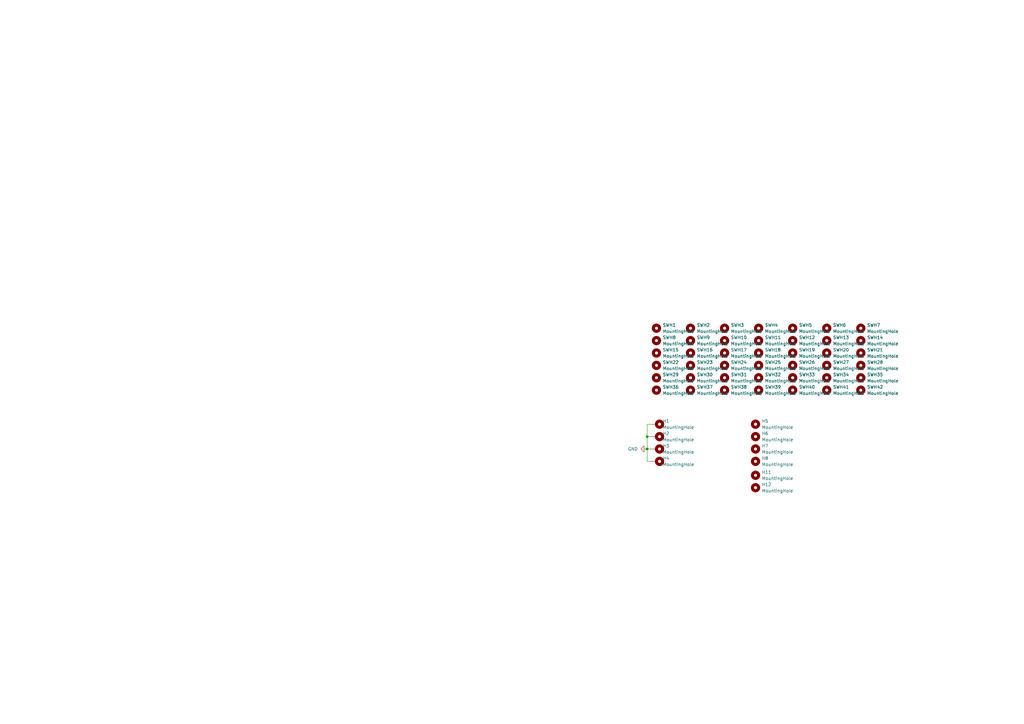
<source format=kicad_sch>
(kicad_sch (version 20230121) (generator eeschema)
  (paper "A3")
  (lib_symbols
    (symbol "Mechanical:MountingHole" (pin_names (offset 1.016))
      (property "Reference" "H" (at 0 5.08 0))
      (property "Value" "MountingHole" (at 0 3.175 0))
      (symbol "MountingHole_0_1"
        (circle (center 0 0) (radius 1.27) (stroke (width 1.27)))
      )
    )
    (symbol "Mechanical:MountingHole_Pad" (pin_numbers hide) (pin_names (offset 1.016) hide)
      (property "Reference" "H" (at 0 6.35 0))
      (property "Value" "MountingHole_Pad" (at 0 4.445 0))
      (symbol "MountingHole_Pad_0_1"
        (circle (center 0 1.27) (radius 1.27) (stroke (width 1.27)))
      )
      (symbol "MountingHole_Pad_1_1"
        (pin input line (at 0 -2.54 90) (length 2.54) (name "1") (number "1"))
      )
    )
    (symbol "power:GND" (power) (pin_names (offset 0))
      (property "Value" "GND" (at 0 -3.81 0))
      (symbol "GND_0_1"
        (polyline (pts (xy 0 0) (xy 0 -1.27) (xy 1.27 -1.27) (xy 0 -2.54) (xy -1.27 -1.27) (xy 0 -1.27)))
      )
      (symbol "GND_1_1"
        (pin power_in line (at 0 0 270) (length 0) hide (name "GND") (number "1"))
      )
    )
  )
  (junction (at 265.43 184.15))
  (junction (at 265.43 179.07))
  (wire (pts (xy 265.43 179.07) (xy 266.7 179.07)))
  (wire (pts (xy 265.43 184.15) (xy 266.7 184.15)))
  (wire (pts (xy 265.43 184.15) (xy 265.43 189.23)))
  (wire (pts (xy 265.43 189.23) (xy 266.7 189.23)))
  (wire (pts (xy 266.7 173.99) (xy 265.43 173.99)))
  (wire (pts (xy 265.43 173.99) (xy 265.43 179.07)))
  (wire (pts (xy 265.43 179.07) (xy 265.43 184.15)))
  (symbol (lib_id "Mechanical:MountingHole") (at 297.18 160.02 0) (unit 1)
    (property "Reference" "SWH38" (at 299.72 158.7499 0) (effects (justify left)))
    (property "Value" "MountingHole" (at 299.72 161.2899 0) (effects (justify left)))
    (property "Footprint" "chulaine:SW_RAESHA_Low_Profile_Optical_Plate" (effects hide))
  )
  (symbol (lib_id "Mechanical:MountingHole") (at 283.21 144.78 0) (unit 1)
    (property "Reference" "SWH16" (at 285.75 143.5099 0) (effects (justify left)))
    (property "Value" "MountingHole" (at 285.75 146.0499 0) (effects (justify left)))
    (property "Footprint" "chulaine:SW_RAESHA_Low_Profile_Optical_Plate" (effects hide))
  )
  (symbol (lib_id "Mechanical:MountingHole") (at 339.09 134.62 0) (unit 1)
    (property "Reference" "SWH6" (at 341.63 133.3499 0) (effects (justify left)))
    (property "Value" "MountingHole" (at 341.63 135.8899 0) (effects (justify left)))
    (property "Footprint" "chulaine:SW_RAESHA_Low_Profile_Optical_Plate" (effects hide))
  )
  (symbol (lib_id "Mechanical:MountingHole") (at 283.21 154.94 0) (unit 1)
    (property "Reference" "SWH30" (at 285.75 153.6699 0) (effects (justify left)))
    (property "Value" "MountingHole" (at 285.75 156.2099 0) (effects (justify left)))
    (property "Footprint" "chulaine:SW_RAESHA_Low_Profile_Optical_Plate" (effects hide))
  )
  (symbol (lib_id "Mechanical:MountingHole") (at 309.88 179.07 270) (unit 1)
    (property "Reference" "H6" (at 312.42 177.7999 90) (effects (justify left)))
    (property "Value" "MountingHole" (at 312.42 180.3399 90) (effects (justify left)))
    (property "Footprint" "MountingHole:MountingHole_2.2mm_M2" (effects hide))
  )
  (symbol (lib_id "Mechanical:MountingHole_Pad") (at 269.24 189.23 270) (unit 1)
    (property "Reference" "H4" (at 271.78 187.9599 90) (effects (justify left)))
    (property "Value" "MountingHole" (at 271.78 190.4999 90) (effects (justify left)))
    (property "Footprint" "chulaine:MountingHole_3.0mm_M3_Pad4.4mm" (effects hide))
  )
  (symbol (lib_id "Mechanical:MountingHole") (at 325.12 154.94 0) (unit 1)
    (property "Reference" "SWH33" (at 327.66 153.6699 0) (effects (justify left)))
    (property "Value" "MountingHole" (at 327.66 156.2099 0) (effects (justify left)))
    (property "Footprint" "chulaine:SW_RAESHA_Low_Profile_Optical_Plate" (effects hide))
  )
  (symbol (lib_id "Mechanical:MountingHole_Pad") (at 269.24 173.99 270) (unit 1)
    (property "Reference" "H1" (at 271.78 172.7199 90) (effects (justify left)))
    (property "Value" "MountingHole" (at 271.78 175.2599 90) (effects (justify left)))
    (property "Footprint" "chulaine:MountingHole_3.0mm_M3_Pad4.4mm" (effects hide))
  )
  (symbol (lib_id "Mechanical:MountingHole") (at 311.15 160.02 0) (unit 1)
    (property "Reference" "SWH39" (at 313.69 158.7499 0) (effects (justify left)))
    (property "Value" "MountingHole" (at 313.69 161.2899 0) (effects (justify left)))
    (property "Footprint" "chulaine:SW_RAESHA_Low_Profile_Optical_Plate" (effects hide))
  )
  (symbol (lib_id "Mechanical:MountingHole_Pad") (at 269.24 179.07 270) (unit 1)
    (property "Reference" "H2" (at 271.78 177.7999 90) (effects (justify left)))
    (property "Value" "MountingHole" (at 271.78 180.3399 90) (effects (justify left)))
    (property "Footprint" "chulaine:MountingHole_3.0mm_M3_Pad4.4mm" (effects hide))
  )
  (symbol (lib_id "Mechanical:MountingHole") (at 339.09 139.7 0) (unit 1)
    (property "Reference" "SWH13" (at 341.63 138.4299 0) (effects (justify left)))
    (property "Value" "MountingHole" (at 341.63 140.9699 0) (effects (justify left)))
    (property "Footprint" "chulaine:SW_RAESHA_Low_Profile_Optical_Plate" (effects hide))
  )
  (symbol (lib_id "Mechanical:MountingHole") (at 309.88 184.15 270) (unit 1)
    (property "Reference" "H7" (at 312.42 182.8799 90) (effects (justify left)))
    (property "Value" "MountingHole" (at 312.42 185.4199 90) (effects (justify left)))
    (property "Footprint" "MountingHole:MountingHole_2.2mm_M2" (effects hide))
  )
  (symbol (lib_id "Mechanical:MountingHole") (at 325.12 139.7 0) (unit 1)
    (property "Reference" "SWH12" (at 327.66 138.4299 0) (effects (justify left)))
    (property "Value" "MountingHole" (at 327.66 140.9699 0) (effects (justify left)))
    (property "Footprint" "chulaine:SW_RAESHA_Low_Profile_Optical_Plate" (effects hide))
  )
  (symbol (lib_id "Mechanical:MountingHole") (at 283.21 160.02 0) (unit 1)
    (property "Reference" "SWH37" (at 285.75 158.7499 0) (effects (justify left)))
    (property "Value" "MountingHole" (at 285.75 161.2899 0) (effects (justify left)))
    (property "Footprint" "chulaine:SW_RAESHA_Low_Profile_Optical_Plate" (effects hide))
  )
  (symbol (lib_id "Mechanical:MountingHole") (at 269.24 144.78 0) (unit 1)
    (property "Reference" "SWH15" (at 271.78 143.5099 0) (effects (justify left)))
    (property "Value" "MountingHole" (at 271.78 146.0499 0) (effects (justify left)))
    (property "Footprint" "chulaine:SW_RAESHA_Low_Profile_Optical_Plate" (effects hide))
  )
  (symbol (lib_id "power:GND") (at 265.43 184.15 270) (unit 1)
    (property "Reference" "#PWR01" (effects hide))
    (property "Value" "GND" (at 261.62 184.15 90) (effects (justify right)))
  )
  (symbol (lib_id "Mechanical:MountingHole") (at 297.18 144.78 0) (unit 1)
    (property "Reference" "SWH17" (at 299.72 143.5099 0) (effects (justify left)))
    (property "Value" "MountingHole" (at 299.72 146.0499 0) (effects (justify left)))
    (property "Footprint" "chulaine:SW_RAESHA_Low_Profile_Optical_Plate" (effects hide))
  )
  (symbol (lib_id "Mechanical:MountingHole") (at 325.12 160.02 0) (unit 1)
    (property "Reference" "SWH40" (at 327.66 158.7499 0) (effects (justify left)))
    (property "Value" "MountingHole" (at 327.66 161.2899 0) (effects (justify left)))
    (property "Footprint" "chulaine:SW_RAESHA_Low_Profile_Optical_Plate" (effects hide))
  )
  (symbol (lib_id "Mechanical:MountingHole") (at 283.21 139.7 0) (unit 1)
    (property "Reference" "SWH9" (at 285.75 138.4299 0) (effects (justify left)))
    (property "Value" "MountingHole" (at 285.75 140.9699 0) (effects (justify left)))
    (property "Footprint" "chulaine:SW_RAESHA_Low_Profile_Optical_Plate" (effects hide))
  )
  (symbol (lib_id "Mechanical:MountingHole") (at 325.12 134.62 0) (unit 1)
    (property "Reference" "SWH5" (at 327.66 133.3499 0) (effects (justify left)))
    (property "Value" "MountingHole" (at 327.66 135.8899 0) (effects (justify left)))
    (property "Footprint" "chulaine:SW_RAESHA_Low_Profile_Optical_Plate" (effects hide))
  )
  (symbol (lib_id "Mechanical:MountingHole") (at 297.18 134.62 0) (unit 1)
    (property "Reference" "SWH3" (at 299.72 133.3499 0) (effects (justify left)))
    (property "Value" "MountingHole" (at 299.72 135.8899 0) (effects (justify left)))
    (property "Footprint" "chulaine:SW_RAESHA_Low_Profile_Optical_Plate" (effects hide))
  )
  (symbol (lib_id "Mechanical:MountingHole") (at 339.09 160.02 0) (unit 1)
    (property "Reference" "SWH41" (at 341.63 158.7499 0) (effects (justify left)))
    (property "Value" "MountingHole" (at 341.63 161.2899 0) (effects (justify left)))
    (property "Footprint" "chulaine:SW_RAESHA_Low_Profile_Optical_Plate" (effects hide))
  )
  (symbol (lib_id "Mechanical:MountingHole") (at 269.24 139.7 0) (unit 1)
    (property "Reference" "SWH8" (at 271.78 138.4299 0) (effects (justify left)))
    (property "Value" "MountingHole" (at 271.78 140.9699 0) (effects (justify left)))
    (property "Footprint" "chulaine:SW_RAESHA_Low_Profile_Optical_Plate" (effects hide))
  )
  (symbol (lib_id "Mechanical:MountingHole") (at 311.15 144.78 0) (unit 1)
    (property "Reference" "SWH18" (at 313.69 143.5099 0) (effects (justify left)))
    (property "Value" "MountingHole" (at 313.69 146.0499 0) (effects (justify left)))
    (property "Footprint" "chulaine:SW_RAESHA_Low_Profile_Optical_Plate" (effects hide))
  )
  (symbol (lib_id "Mechanical:MountingHole") (at 325.12 144.78 0) (unit 1)
    (property "Reference" "SWH19" (at 327.66 143.5099 0) (effects (justify left)))
    (property "Value" "MountingHole" (at 327.66 146.0499 0) (effects (justify left)))
    (property "Footprint" "chulaine:SW_RAESHA_Low_Profile_Optical_Plate" (effects hide))
  )
  (symbol (lib_id "Mechanical:MountingHole") (at 283.21 134.62 0) (unit 1)
    (property "Reference" "SWH2" (at 285.75 133.3499 0) (effects (justify left)))
    (property "Value" "MountingHole" (at 285.75 135.8899 0) (effects (justify left)))
    (property "Footprint" "chulaine:SW_RAESHA_Low_Profile_Optical_Plate" (effects hide))
  )
  (symbol (lib_id "Mechanical:MountingHole") (at 353.06 144.78 0) (unit 1)
    (property "Reference" "SWH21" (at 355.6 143.5099 0) (effects (justify left)))
    (property "Value" "MountingHole" (at 355.6 146.0499 0) (effects (justify left)))
    (property "Footprint" "chulaine:SW_RAESHA_Low_Profile_Optical_Plate" (effects hide))
  )
  (symbol (lib_id "Mechanical:MountingHole") (at 269.24 134.62 0) (unit 1)
    (property "Reference" "SWH1" (at 271.78 133.3499 0) (effects (justify left)))
    (property "Value" "MountingHole" (at 271.78 135.8899 0) (effects (justify left)))
    (property "Footprint" "chulaine:SW_RAESHA_Low_Profile_Optical_Plate" (effects hide))
  )
  (symbol (lib_id "Mechanical:MountingHole") (at 283.21 149.86 0) (unit 1)
    (property "Reference" "SWH23" (at 285.75 148.5899 0) (effects (justify left)))
    (property "Value" "MountingHole" (at 285.75 151.1299 0) (effects (justify left)))
    (property "Footprint" "chulaine:SW_RAESHA_Low_Profile_Optical_Plate" (effects hide))
  )
  (symbol (lib_id "Mechanical:MountingHole") (at 297.18 139.7 0) (unit 1)
    (property "Reference" "SWH10" (at 299.72 138.4299 0) (effects (justify left)))
    (property "Value" "MountingHole" (at 299.72 140.9699 0) (effects (justify left)))
    (property "Footprint" "chulaine:SW_RAESHA_Low_Profile_Optical_Plate" (effects hide))
  )
  (symbol (lib_id "Mechanical:MountingHole_Pad") (at 269.24 184.15 270) (unit 1)
    (property "Reference" "H3" (at 271.78 182.8799 90) (effects (justify left)))
    (property "Value" "MountingHole" (at 271.78 185.4199 90) (effects (justify left)))
    (property "Footprint" "chulaine:MountingHole_3.0mm_M3_Pad4.4mm" (effects hide))
  )
  (symbol (lib_id "Mechanical:MountingHole") (at 353.06 139.7 0) (unit 1)
    (property "Reference" "SWH14" (at 355.6 138.4299 0) (effects (justify left)))
    (property "Value" "MountingHole" (at 355.6 140.9699 0) (effects (justify left)))
    (property "Footprint" "chulaine:SW_RAESHA_Low_Profile_Optical_Plate" (effects hide))
  )
  (symbol (lib_id "Mechanical:MountingHole") (at 325.12 149.86 0) (unit 1)
    (property "Reference" "SWH26" (at 327.66 148.5899 0) (effects (justify left)))
    (property "Value" "MountingHole" (at 327.66 151.1299 0) (effects (justify left)))
    (property "Footprint" "chulaine:SW_RAESHA_Low_Profile_Optical_Plate" (effects hide))
  )
  (symbol (lib_id "Mechanical:MountingHole") (at 339.09 154.94 0) (unit 1)
    (property "Reference" "SWH34" (at 341.63 153.6699 0) (effects (justify left)))
    (property "Value" "MountingHole" (at 341.63 156.2099 0) (effects (justify left)))
    (property "Footprint" "chulaine:SW_RAESHA_Low_Profile_Optical_Plate" (effects hide))
  )
  (symbol (lib_id "Mechanical:MountingHole") (at 309.88 200.025 270) (unit 1)
    (property "Reference" "H12" (at 312.42 198.7549 90) (effects (justify left)))
    (property "Value" "MountingHole" (at 312.42 201.2949 90) (effects (justify left)))
    (property "Footprint" "MountingHole:MountingHole_2.2mm_M2" (effects hide))
  )
  (symbol (lib_id "Mechanical:MountingHole") (at 339.09 144.78 0) (unit 1)
    (property "Reference" "SWH20" (at 341.63 143.5099 0) (effects (justify left)))
    (property "Value" "MountingHole" (at 341.63 146.0499 0) (effects (justify left)))
    (property "Footprint" "chulaine:SW_RAESHA_Low_Profile_Optical_Plate" (effects hide))
  )
  (symbol (lib_id "Mechanical:MountingHole") (at 311.15 134.62 0) (unit 1)
    (property "Reference" "SWH4" (at 313.69 133.3499 0) (effects (justify left)))
    (property "Value" "MountingHole" (at 313.69 135.8899 0) (effects (justify left)))
    (property "Footprint" "chulaine:SW_RAESHA_Low_Profile_Optical_Plate" (effects hide))
  )
  (symbol (lib_id "Mechanical:MountingHole") (at 311.15 154.94 0) (unit 1)
    (property "Reference" "SWH32" (at 313.69 153.6699 0) (effects (justify left)))
    (property "Value" "MountingHole" (at 313.69 156.2099 0) (effects (justify left)))
    (property "Footprint" "chulaine:SW_RAESHA_Low_Profile_Optical_Plate" (effects hide))
  )
  (symbol (lib_id "Mechanical:MountingHole") (at 353.06 149.86 0) (unit 1)
    (property "Reference" "SWH28" (at 355.6 148.5899 0) (effects (justify left)))
    (property "Value" "MountingHole" (at 355.6 151.1299 0) (effects (justify left)))
    (property "Footprint" "chulaine:SW_RAESHA_Low_Profile_Optical_Plate" (effects hide))
  )
  (symbol (lib_id "Mechanical:MountingHole") (at 269.24 154.94 0) (unit 1)
    (property "Reference" "SWH29" (at 271.78 153.6699 0) (effects (justify left)))
    (property "Value" "MountingHole" (at 271.78 156.2099 0) (effects (justify left)))
    (property "Footprint" "chulaine:SW_RAESHA_Low_Profile_Optical_Plate" (effects hide))
  )
  (symbol (lib_id "Mechanical:MountingHole") (at 269.24 149.86 0) (unit 1)
    (property "Reference" "SWH22" (at 271.78 148.5899 0) (effects (justify left)))
    (property "Value" "MountingHole" (at 271.78 151.1299 0) (effects (justify left)))
    (property "Footprint" "chulaine:SW_RAESHA_Low_Profile_Optical_Plate" (effects hide))
  )
  (symbol (lib_id "Mechanical:MountingHole") (at 353.06 134.62 0) (unit 1)
    (property "Reference" "SWH7" (at 355.6 133.3499 0) (effects (justify left)))
    (property "Value" "MountingHole" (at 355.6 135.8899 0) (effects (justify left)))
    (property "Footprint" "chulaine:SW_RAESHA_Low_Profile_Optical_Plate" (effects hide))
  )
  (symbol (lib_id "Mechanical:MountingHole") (at 309.88 194.945 270) (unit 1)
    (property "Reference" "H11" (at 312.42 193.6749 90) (effects (justify left)))
    (property "Value" "MountingHole" (at 312.42 196.2149 90) (effects (justify left)))
    (property "Footprint" "MountingHole:MountingHole_2.2mm_M2" (effects hide))
  )
  (symbol (lib_id "Mechanical:MountingHole") (at 311.15 139.7 0) (unit 1)
    (property "Reference" "SWH11" (at 313.69 138.4299 0) (effects (justify left)))
    (property "Value" "MountingHole" (at 313.69 140.9699 0) (effects (justify left)))
    (property "Footprint" "chulaine:SW_RAESHA_Low_Profile_Optical_Plate" (effects hide))
  )
  (symbol (lib_id "Mechanical:MountingHole") (at 339.09 149.86 0) (unit 1)
    (property "Reference" "SWH27" (at 341.63 148.5899 0) (effects (justify left)))
    (property "Value" "MountingHole" (at 341.63 151.1299 0) (effects (justify left)))
    (property "Footprint" "chulaine:SW_RAESHA_Low_Profile_Optical_Plate" (effects hide))
  )
  (symbol (lib_id "Mechanical:MountingHole") (at 269.24 160.02 0) (unit 1)
    (property "Reference" "SWH36" (at 271.78 158.7499 0) (effects (justify left)))
    (property "Value" "MountingHole" (at 271.78 161.2899 0) (effects (justify left)))
    (property "Footprint" "chulaine:SW_RAESHA_Low_Profile_Optical_Plate" (effects hide))
  )
  (symbol (lib_id "Mechanical:MountingHole") (at 297.18 149.86 0) (unit 1)
    (property "Reference" "SWH24" (at 299.72 148.5899 0) (effects (justify left)))
    (property "Value" "MountingHole" (at 299.72 151.1299 0) (effects (justify left)))
    (property "Footprint" "chulaine:SW_RAESHA_Low_Profile_Optical_Plate" (effects hide))
  )
  (symbol (lib_id "Mechanical:MountingHole") (at 353.06 160.02 0) (unit 1)
    (property "Reference" "SWH42" (at 355.6 158.7499 0) (effects (justify left)))
    (property "Value" "MountingHole" (at 355.6 161.2899 0) (effects (justify left)))
    (property "Footprint" "chulaine:SW_RAESHA_Low_Profile_Optical_Plate" (effects hide))
  )
  (symbol (lib_id "Mechanical:MountingHole") (at 311.15 149.86 0) (unit 1)
    (property "Reference" "SWH25" (at 313.69 148.5899 0) (effects (justify left)))
    (property "Value" "MountingHole" (at 313.69 151.1299 0) (effects (justify left)))
    (property "Footprint" "chulaine:SW_RAESHA_Low_Profile_Optical_Plate" (effects hide))
  )
  (symbol (lib_id "Mechanical:MountingHole") (at 297.18 154.94 0) (unit 1)
    (property "Reference" "SWH31" (at 299.72 153.6699 0) (effects (justify left)))
    (property "Value" "MountingHole" (at 299.72 156.2099 0) (effects (justify left)))
    (property "Footprint" "chulaine:SW_RAESHA_Low_Profile_Optical_Plate" (effects hide))
  )
  (symbol (lib_id "Mechanical:MountingHole") (at 309.88 189.23 270) (unit 1)
    (property "Reference" "H8" (at 312.42 187.9599 90) (effects (justify left)))
    (property "Value" "MountingHole" (at 312.42 190.4999 90) (effects (justify left)))
    (property "Footprint" "MountingHole:MountingHole_2.2mm_M2" (effects hide))
  )
  (symbol (lib_id "Mechanical:MountingHole") (at 309.88 173.99 270) (unit 1)
    (property "Reference" "H5" (at 312.42 172.7199 90) (effects (justify left)))
    (property "Value" "MountingHole" (at 312.42 175.2599 90) (effects (justify left)))
    (property "Footprint" "MountingHole:MountingHole_2.2mm_M2" (effects hide))
  )
  (symbol (lib_id "Mechanical:MountingHole") (at 353.06 154.94 0) (unit 1)
    (property "Reference" "SWH35" (at 355.6 153.6699 0) (effects (justify left)))
    (property "Value" "MountingHole" (at 355.6 156.2099 0) (effects (justify left)))
    (property "Footprint" "chulaine:SW_RAESHA_Low_Profile_Optical_Plate" (effects hide))
  )
)
</source>
